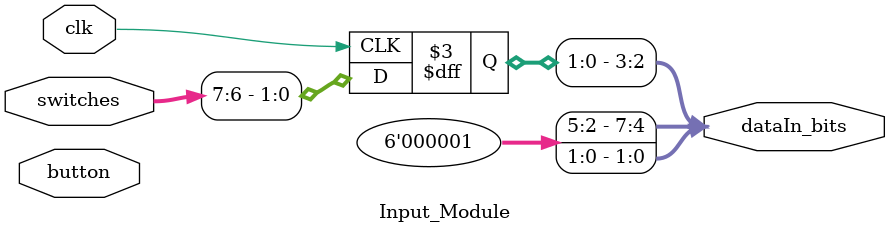
<source format=v>
`timescale 1ns / 1ps


module Input_Module(
    input [4:0] button,
    input [7:0] switches,
    input clk,
    output reg [7:0] dataIn_bits = 8'b0000_0001
    );
    always @(posedge clk) begin
        dataIn_bits[3:2] <= switches[7:6]; // switch
    end
endmodule

</source>
